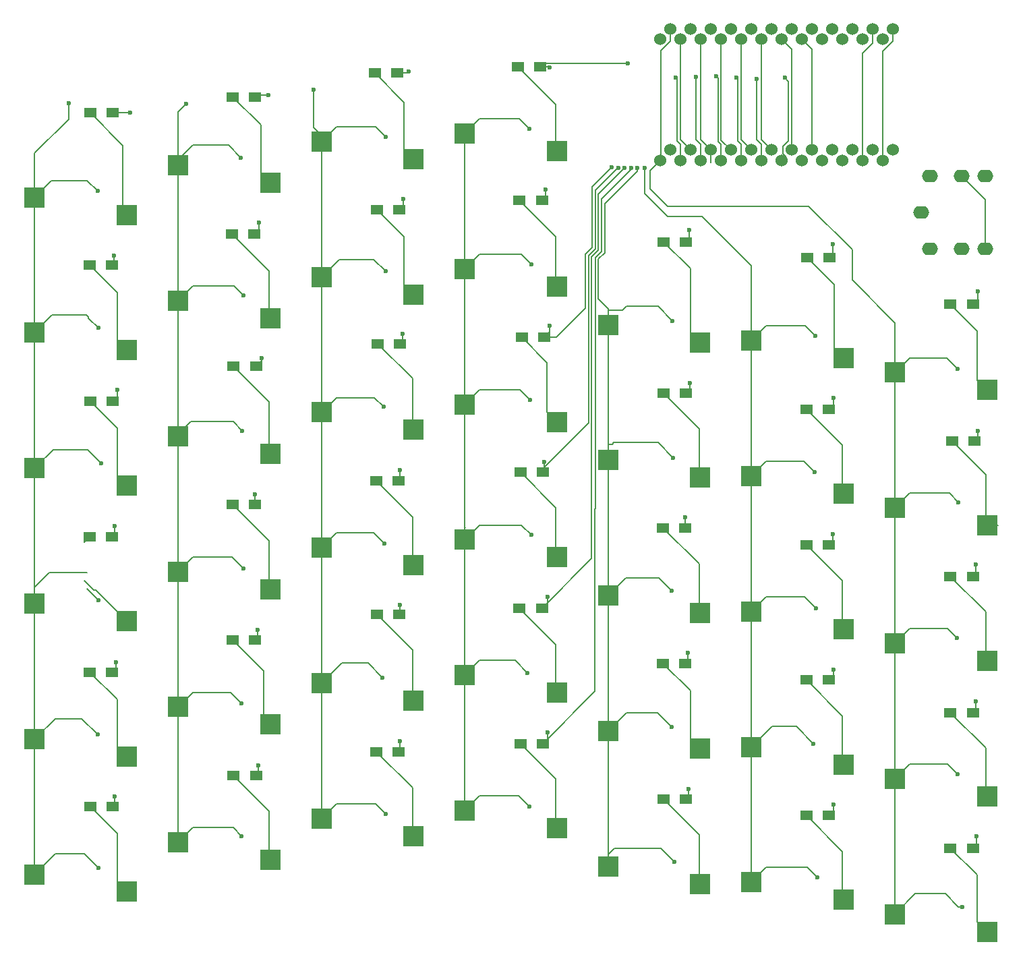
<source format=gbl>
G04 #@! TF.GenerationSoftware,KiCad,Pcbnew,8.0.3*
G04 #@! TF.CreationDate,2024-11-05T20:03:27+01:00*
G04 #@! TF.ProjectId,vitter-kb,76697474-6572-42d6-9b62-2e6b69636164,rev?*
G04 #@! TF.SameCoordinates,Original*
G04 #@! TF.FileFunction,Copper,L2,Bot*
G04 #@! TF.FilePolarity,Positive*
%FSLAX46Y46*%
G04 Gerber Fmt 4.6, Leading zero omitted, Abs format (unit mm)*
G04 Created by KiCad (PCBNEW 8.0.3) date 2024-11-05 20:03:27*
%MOMM*%
%LPD*%
G01*
G04 APERTURE LIST*
G04 #@! TA.AperFunction,SMDPad,CuDef*
%ADD10R,2.600000X2.600000*%
G04 #@! TD*
G04 #@! TA.AperFunction,SMDPad,CuDef*
%ADD11R,1.600000X1.200000*%
G04 #@! TD*
G04 #@! TA.AperFunction,ComponentPad*
%ADD12O,2.000000X1.600000*%
G04 #@! TD*
G04 #@! TA.AperFunction,ComponentPad*
%ADD13C,1.524000*%
G04 #@! TD*
G04 #@! TA.AperFunction,ViaPad*
%ADD14C,0.600000*%
G04 #@! TD*
G04 #@! TA.AperFunction,Conductor*
%ADD15C,0.200000*%
G04 #@! TD*
G04 APERTURE END LIST*
D10*
X129875000Y-107600000D03*
X118325000Y-105400000D03*
X57875000Y-68600000D03*
X46325000Y-66400000D03*
X93875000Y-132600000D03*
X82325000Y-130400000D03*
X129875000Y-124600000D03*
X118325000Y-122400000D03*
X111875000Y-122600000D03*
X100325000Y-120400000D03*
X111875000Y-139600000D03*
X100325000Y-137400000D03*
X57875000Y-51600000D03*
X46325000Y-49400000D03*
D11*
X92000000Y-105000000D03*
X89200000Y-105000000D03*
D10*
X75875000Y-99600000D03*
X64325000Y-97400000D03*
D11*
X55900000Y-58000000D03*
X53100000Y-58000000D03*
D10*
X147875000Y-94600000D03*
X136325000Y-92400000D03*
D11*
X128100000Y-61000000D03*
X125300000Y-61000000D03*
D10*
X93875000Y-47600000D03*
X82325000Y-45400000D03*
X75875000Y-65600000D03*
X64325000Y-63400000D03*
X57875000Y-136600000D03*
X46325000Y-134400000D03*
D11*
X92100000Y-122000000D03*
X89300000Y-122000000D03*
X92300000Y-71000000D03*
X89500000Y-71000000D03*
X74000000Y-89000000D03*
X71200000Y-89000000D03*
X38000000Y-96000000D03*
X35200000Y-96000000D03*
X91800000Y-37000000D03*
X89000000Y-37000000D03*
X146100000Y-66800000D03*
X143300000Y-66800000D03*
X74100000Y-55000000D03*
X71300000Y-55000000D03*
X56000000Y-92000000D03*
X53200000Y-92000000D03*
D10*
X39875000Y-106600000D03*
X28325000Y-104400000D03*
D11*
X110000000Y-111900000D03*
X107200000Y-111900000D03*
D10*
X57875000Y-119600000D03*
X46325000Y-117400000D03*
D11*
X56000000Y-40800000D03*
X53200000Y-40800000D03*
X110100000Y-78000000D03*
X107300000Y-78000000D03*
D12*
X139600000Y-55300000D03*
X140700000Y-59900000D03*
X144700000Y-59900000D03*
X147700000Y-59900000D03*
D11*
X146100000Y-118100000D03*
X143300000Y-118100000D03*
D10*
X129875000Y-90600000D03*
X118325000Y-88400000D03*
X93875000Y-98600000D03*
X82325000Y-96400000D03*
D11*
X146100000Y-135100000D03*
X143300000Y-135100000D03*
X128000000Y-97000000D03*
X125200000Y-97000000D03*
X74100000Y-105800000D03*
X71300000Y-105800000D03*
X38000000Y-113000000D03*
X35200000Y-113000000D03*
X56000000Y-109000000D03*
X53200000Y-109000000D03*
X92100000Y-87900000D03*
X89300000Y-87900000D03*
X146300000Y-84000000D03*
X143500000Y-84000000D03*
X38100000Y-42800000D03*
X35300000Y-42800000D03*
D10*
X39875000Y-140600000D03*
X28325000Y-138400000D03*
D11*
X74000000Y-123000000D03*
X71200000Y-123000000D03*
D10*
X75875000Y-116600000D03*
X64325000Y-114400000D03*
X147875000Y-77600000D03*
X136325000Y-75400000D03*
X93875000Y-115600000D03*
X82325000Y-113400000D03*
X111875000Y-88600000D03*
X100325000Y-86400000D03*
X93875000Y-64600000D03*
X82325000Y-62400000D03*
X57875000Y-85600000D03*
X46325000Y-83400000D03*
D11*
X128000000Y-131000000D03*
X125200000Y-131000000D03*
D10*
X39875000Y-89600000D03*
X28325000Y-87400000D03*
X75875000Y-48600000D03*
X64325000Y-46400000D03*
X147875000Y-128600000D03*
X136325000Y-126400000D03*
D11*
X110100000Y-59000000D03*
X107300000Y-59000000D03*
D10*
X39875000Y-123600000D03*
X28325000Y-121400000D03*
D11*
X128000000Y-80000000D03*
X125200000Y-80000000D03*
X146100000Y-101000000D03*
X143300000Y-101000000D03*
X38100000Y-129900000D03*
X35300000Y-129900000D03*
D10*
X39875000Y-72600000D03*
X28325000Y-70400000D03*
D11*
X110000000Y-94900000D03*
X107200000Y-94900000D03*
D10*
X75875000Y-82600000D03*
X64325000Y-80400000D03*
X39875000Y-55600000D03*
X28325000Y-53400000D03*
D11*
X73800000Y-37800000D03*
X71000000Y-37800000D03*
D10*
X111875000Y-71600000D03*
X100325000Y-69400000D03*
X75875000Y-133600000D03*
X64325000Y-131400000D03*
X129875000Y-141600000D03*
X118325000Y-139400000D03*
D11*
X74200000Y-71800000D03*
X71400000Y-71800000D03*
D10*
X129875000Y-73600000D03*
X118325000Y-71400000D03*
D11*
X56100000Y-126000000D03*
X53300000Y-126000000D03*
D10*
X93875000Y-81600000D03*
X82325000Y-79400000D03*
D11*
X110100000Y-129000000D03*
X107300000Y-129000000D03*
D10*
X111875000Y-105600000D03*
X100325000Y-103400000D03*
D11*
X92000000Y-53800000D03*
X89200000Y-53800000D03*
X38000000Y-61900000D03*
X35200000Y-61900000D03*
D10*
X147875000Y-145600000D03*
X136325000Y-143400000D03*
X57875000Y-102600000D03*
X46325000Y-100400000D03*
D11*
X128000000Y-114000000D03*
X125200000Y-114000000D03*
D10*
X147875000Y-111600000D03*
X136325000Y-109400000D03*
D12*
X139600000Y-55300000D03*
X140700000Y-50700000D03*
X144700000Y-50700000D03*
X147700000Y-50700000D03*
D13*
X134784500Y-48777500D03*
X136054500Y-32231100D03*
X132244500Y-48777500D03*
X133514500Y-32231100D03*
X129704500Y-48777500D03*
X130974500Y-32231100D03*
X127164500Y-48777500D03*
X128434500Y-32231100D03*
X124624500Y-48777500D03*
X125894500Y-32231100D03*
X122084500Y-48777500D03*
X123354500Y-32231100D03*
X119544500Y-48777500D03*
X120814500Y-32231100D03*
X117004500Y-48777500D03*
X118274500Y-32231100D03*
X114464500Y-48777500D03*
X115734500Y-32231100D03*
X111924500Y-48777500D03*
X113194500Y-32231100D03*
X109384500Y-48777500D03*
X110654500Y-32231100D03*
X106844500Y-48777500D03*
X108114500Y-32231100D03*
X108114500Y-47451100D03*
X106844500Y-33537500D03*
X110654500Y-47451100D03*
X109384500Y-33537500D03*
X113194500Y-47451100D03*
X111924500Y-33537500D03*
X115734500Y-47451100D03*
X114464500Y-33537500D03*
X118274500Y-47451100D03*
X117004500Y-33537500D03*
X120814500Y-47451100D03*
X119544500Y-33537500D03*
X123354500Y-47451100D03*
X122084500Y-33537500D03*
X125894500Y-47451100D03*
X124624500Y-33537500D03*
X128434500Y-47451100D03*
X127164500Y-33537500D03*
X130974500Y-47451100D03*
X129704500Y-33537500D03*
X133514500Y-47451100D03*
X132244500Y-33537500D03*
X136054500Y-47451100D03*
X134784500Y-33537500D03*
D11*
X38100000Y-79000000D03*
X35300000Y-79000000D03*
X56100000Y-74600000D03*
X53300000Y-74600000D03*
D14*
X36300000Y-104000000D03*
X36200000Y-52600000D03*
X122500000Y-38400000D03*
X36200000Y-120800000D03*
X36300000Y-69800000D03*
X36700000Y-86800000D03*
X32600000Y-41600000D03*
X36300000Y-137600000D03*
X54500000Y-100000000D03*
X54300000Y-116900000D03*
X118944500Y-38500000D03*
X47300000Y-41700000D03*
X54500000Y-65700000D03*
X54200000Y-48400000D03*
X54300000Y-133600000D03*
X54400000Y-82700000D03*
X72000000Y-113700000D03*
X72100000Y-79700000D03*
X72200000Y-96900000D03*
X72400000Y-62700000D03*
X72400000Y-130800000D03*
X63323385Y-39928085D03*
X116400000Y-38400000D03*
X72400000Y-45800000D03*
X90400000Y-44800000D03*
X113900000Y-38200000D03*
X90700000Y-95800000D03*
X90700000Y-61800000D03*
X90500000Y-78800000D03*
X90200000Y-113100000D03*
X90400000Y-129900000D03*
X108500000Y-86100000D03*
X108600000Y-136800000D03*
X111300000Y-38300000D03*
X104000000Y-49700000D03*
X108300000Y-102800000D03*
X108400000Y-68900000D03*
X108300000Y-119900000D03*
X126100000Y-122000000D03*
X104900000Y-49700000D03*
X126400000Y-105000000D03*
X108784500Y-38400000D03*
X126300000Y-70800000D03*
X126600000Y-138800000D03*
X126200000Y-87900000D03*
X144200000Y-125800000D03*
X144300000Y-91700000D03*
X144200000Y-74900000D03*
X144800000Y-142500000D03*
X144100000Y-108700000D03*
X128500000Y-95700000D03*
X92300000Y-86600000D03*
X110000000Y-93600000D03*
X56000000Y-90700000D03*
X146500000Y-99500000D03*
X38400000Y-94700000D03*
X101575734Y-49675737D03*
X74200000Y-87600000D03*
X38400000Y-128600000D03*
X92700000Y-120600000D03*
X56400000Y-124700000D03*
X128600000Y-129600000D03*
X146600000Y-133600000D03*
X74200000Y-121700000D03*
X103200000Y-49700000D03*
X110400000Y-127700000D03*
X146500000Y-116700000D03*
X128600000Y-112700000D03*
X38500000Y-111800000D03*
X92700000Y-103600000D03*
X102400000Y-49700000D03*
X74200000Y-104600000D03*
X56300000Y-107700000D03*
X110300000Y-110600000D03*
X38700000Y-77600000D03*
X74500000Y-70500000D03*
X146700000Y-82700000D03*
X128600000Y-78600000D03*
X110600000Y-76700000D03*
X56800000Y-73600000D03*
X93000000Y-69500000D03*
X100725734Y-49625737D03*
X93000000Y-37100000D03*
X102800000Y-36600000D03*
X75300000Y-37600000D03*
X57700000Y-40604700D03*
X40300000Y-42800000D03*
X38300000Y-60700000D03*
X110500000Y-57500000D03*
X128500000Y-59300000D03*
X146700000Y-65200000D03*
X56500000Y-56600000D03*
X74600000Y-53600000D03*
X92500000Y-52400000D03*
D15*
X28325000Y-138400000D02*
X28325000Y-119400000D01*
X28325000Y-47875000D02*
X28325000Y-51400000D01*
X28325000Y-102400000D02*
X30175000Y-100550000D01*
X31400000Y-85100000D02*
X35000000Y-85100000D01*
X34250900Y-118850900D02*
X36200000Y-120800000D01*
X28325000Y-87400000D02*
X30625000Y-85100000D01*
X35050000Y-68550000D02*
X36300000Y-69800000D01*
X122292500Y-47011205D02*
X122954500Y-46349205D01*
X28325000Y-138400000D02*
X30874100Y-135850900D01*
X30175000Y-100550000D02*
X34850000Y-100550000D01*
X28325000Y-53400000D02*
X30425000Y-51300000D01*
X30525000Y-68200000D02*
X34800000Y-68200000D01*
X30874100Y-135850900D02*
X34550900Y-135850900D01*
X34550900Y-135850900D02*
X36300000Y-137600000D01*
X32600000Y-41600000D02*
X32600000Y-43600000D01*
X30425000Y-51300000D02*
X34900000Y-51300000D01*
X122084500Y-48777500D02*
X122631753Y-48230247D01*
X28325000Y-85400000D02*
X28325000Y-85325000D01*
X28325000Y-70400000D02*
X30525000Y-68200000D01*
X28325000Y-51400000D02*
X28325000Y-68400000D01*
X28325000Y-121400000D02*
X30874100Y-118850900D01*
X122631753Y-48230247D02*
X122292500Y-47890995D01*
X28325000Y-100600000D02*
X28325000Y-119400000D01*
X35000000Y-85100000D02*
X36700000Y-86800000D01*
X28325000Y-100600000D02*
X28325000Y-102400000D01*
X35050000Y-68450000D02*
X35050000Y-68550000D01*
X28325000Y-68400000D02*
X28325000Y-85400000D01*
X122954500Y-38854500D02*
X122500000Y-38400000D01*
X32600000Y-43600000D02*
X28325000Y-47875000D01*
X30625000Y-85100000D02*
X31400000Y-85100000D01*
X28325000Y-85400000D02*
X28325000Y-100600000D01*
X34850000Y-102550000D02*
X36300000Y-104000000D01*
X122954500Y-46349205D02*
X122954500Y-38854500D01*
X30874100Y-118850900D02*
X34250900Y-118850900D01*
X122292500Y-47890995D02*
X122292500Y-47011205D01*
X34900000Y-51300000D02*
X36200000Y-52600000D01*
X34800000Y-68200000D02*
X35050000Y-68450000D01*
X39875000Y-72600000D02*
X38664500Y-71389500D01*
X38664500Y-65364500D02*
X35200000Y-61900000D01*
X38664500Y-71389500D02*
X38664500Y-65364500D01*
X52650900Y-46850900D02*
X54200000Y-48400000D01*
X46325000Y-83400000D02*
X46325000Y-83175000D01*
X46325000Y-66400000D02*
X46325000Y-83400000D01*
X46000000Y-49000000D02*
X48149100Y-46850900D01*
X46325000Y-66400000D02*
X48175000Y-64550000D01*
X119544500Y-46746786D02*
X119544500Y-48777500D01*
X118944500Y-38500000D02*
X118944500Y-46146786D01*
X46325000Y-100400000D02*
X46325000Y-117400000D01*
X53250000Y-81550000D02*
X54400000Y-82700000D01*
X46325000Y-117400000D02*
X48175000Y-115550000D01*
X48175000Y-98550000D02*
X53050000Y-98550000D01*
X47950000Y-81550000D02*
X53250000Y-81550000D01*
X48175000Y-115550000D02*
X52950000Y-115550000D01*
X46325000Y-83175000D02*
X46500000Y-83000000D01*
X46325000Y-117400000D02*
X46325000Y-134400000D01*
X53250000Y-132550000D02*
X54300000Y-133600000D01*
X53050000Y-98550000D02*
X54500000Y-100000000D01*
X47300000Y-41700000D02*
X46325000Y-42675000D01*
X46325000Y-100400000D02*
X48175000Y-98550000D01*
X48149100Y-46850900D02*
X52650900Y-46850900D01*
X46325000Y-83400000D02*
X46325000Y-100400000D01*
X46325000Y-49400000D02*
X46325000Y-49325000D01*
X53350000Y-64550000D02*
X54500000Y-65700000D01*
X46325000Y-42675000D02*
X46325000Y-49400000D01*
X46500000Y-83000000D02*
X47950000Y-81550000D01*
X52950000Y-115550000D02*
X54300000Y-116900000D01*
X48175000Y-64550000D02*
X53350000Y-64550000D01*
X46325000Y-134400000D02*
X48175000Y-132550000D01*
X48175000Y-132550000D02*
X53250000Y-132550000D01*
X46325000Y-49400000D02*
X46325000Y-66400000D01*
X46325000Y-49325000D02*
X46000000Y-49000000D01*
X118944500Y-46146786D02*
X119544500Y-46746786D01*
X64325000Y-131400000D02*
X64325000Y-114400000D01*
X70900000Y-61200000D02*
X72400000Y-62700000D01*
X64325000Y-97400000D02*
X66175000Y-95550000D01*
X70150900Y-111850900D02*
X72000000Y-113700000D01*
X66525000Y-61200000D02*
X70900000Y-61200000D01*
X64325000Y-45625000D02*
X64325000Y-46400000D01*
X64325000Y-131400000D02*
X66175000Y-129550000D01*
X117004500Y-46746786D02*
X116600000Y-46342286D01*
X66175000Y-95550000D02*
X70850000Y-95550000D01*
X63300000Y-39951470D02*
X63300000Y-44600000D01*
X64325000Y-114400000D02*
X64325000Y-97400000D01*
X63300000Y-44600000D02*
X64325000Y-45625000D01*
X71150000Y-44550000D02*
X72400000Y-45800000D01*
X70950000Y-78550000D02*
X72100000Y-79700000D01*
X66175000Y-129550000D02*
X71150000Y-129550000D01*
X64325000Y-63400000D02*
X64325000Y-46400000D01*
X66175000Y-78550000D02*
X70950000Y-78550000D01*
X116600000Y-38600000D02*
X116400000Y-38400000D01*
X66175000Y-44550000D02*
X71150000Y-44550000D01*
X64325000Y-80400000D02*
X64325000Y-63400000D01*
X64325000Y-63400000D02*
X66525000Y-61200000D01*
X117004500Y-48777500D02*
X117004500Y-46746786D01*
X116600000Y-46342286D02*
X116600000Y-38600000D01*
X70850000Y-95550000D02*
X72200000Y-96900000D01*
X64325000Y-80400000D02*
X66175000Y-78550000D01*
X66874100Y-111850900D02*
X70150900Y-111850900D01*
X64325000Y-114400000D02*
X66874100Y-111850900D01*
X64325000Y-97400000D02*
X64325000Y-80400000D01*
X64325000Y-46400000D02*
X66175000Y-44550000D01*
X71150000Y-129550000D02*
X72400000Y-130800000D01*
X63323385Y-39928085D02*
X63300000Y-39951470D01*
X74664500Y-58364500D02*
X71300000Y-55000000D01*
X74664500Y-64389500D02*
X74664500Y-58364500D01*
X75875000Y-65600000D02*
X74664500Y-64389500D01*
X82400000Y-94900000D02*
X82325000Y-94975000D01*
X82325000Y-130400000D02*
X84175000Y-128550000D01*
X114100000Y-46382286D02*
X114100000Y-38400000D01*
X82325000Y-45400000D02*
X82325000Y-62400000D01*
X89450000Y-94550000D02*
X90700000Y-95800000D01*
X89250000Y-77550000D02*
X90500000Y-78800000D01*
X114100000Y-38400000D02*
X113900000Y-38200000D01*
X84175000Y-94550000D02*
X89450000Y-94550000D01*
X89450000Y-60550000D02*
X90700000Y-61800000D01*
X82325000Y-94825000D02*
X82400000Y-94900000D01*
X82325000Y-45400000D02*
X84175000Y-43550000D01*
X82325000Y-62400000D02*
X82325000Y-79400000D01*
X82325000Y-113400000D02*
X84175000Y-111550000D01*
X114464500Y-48777500D02*
X114464500Y-46746786D01*
X88650000Y-111550000D02*
X90200000Y-113100000D01*
X82325000Y-79400000D02*
X82325000Y-94825000D01*
X89150000Y-43550000D02*
X90400000Y-44800000D01*
X82325000Y-79400000D02*
X84175000Y-77550000D01*
X82325000Y-96400000D02*
X84175000Y-94550000D01*
X114464500Y-46746786D02*
X114100000Y-46382286D01*
X82325000Y-96400000D02*
X82325000Y-113400000D01*
X84175000Y-111550000D02*
X88650000Y-111550000D01*
X84175000Y-60550000D02*
X89450000Y-60550000D01*
X89050000Y-128550000D02*
X90400000Y-129900000D01*
X84175000Y-128550000D02*
X89050000Y-128550000D01*
X84175000Y-43550000D02*
X89150000Y-43550000D01*
X84175000Y-77550000D02*
X89250000Y-77550000D01*
X82325000Y-94975000D02*
X82325000Y-96400000D01*
X82325000Y-62400000D02*
X84175000Y-60550000D01*
X82325000Y-113400000D02*
X82325000Y-130400000D01*
X93750000Y-58350000D02*
X89200000Y-53800000D01*
X93875000Y-64600000D02*
X93750000Y-64475000D01*
X93750000Y-64475000D02*
X93750000Y-58350000D01*
X100325000Y-67600000D02*
X102125000Y-67600000D01*
X102625000Y-118100000D02*
X100325000Y-120400000D01*
X106600000Y-84200000D02*
X101000000Y-84200000D01*
X106600000Y-67100000D02*
X108400000Y-68900000D01*
X101000000Y-84200000D02*
X100800000Y-84400000D01*
X101125000Y-135100000D02*
X106900000Y-135100000D01*
X106900000Y-135100000D02*
X108600000Y-136800000D01*
X100325000Y-67600000D02*
X100325000Y-84400000D01*
X99900000Y-54200000D02*
X99900000Y-60365686D01*
X104000000Y-49700000D02*
X104000000Y-50100000D01*
X108500000Y-86100000D02*
X106600000Y-84200000D01*
X106500000Y-118100000D02*
X102625000Y-118100000D01*
X106700000Y-101200000D02*
X102525000Y-101200000D01*
X102625000Y-67100000D02*
X106600000Y-67100000D01*
X100325000Y-135900000D02*
X101125000Y-135100000D01*
X102525000Y-101200000D02*
X100325000Y-103400000D01*
X108300000Y-119900000D02*
X106500000Y-118100000D01*
X104000000Y-50100000D02*
X99900000Y-54200000D01*
X100325000Y-137400000D02*
X100325000Y-135900000D01*
X111300000Y-46122286D02*
X111300000Y-38300000D01*
X100800000Y-84400000D02*
X100325000Y-84400000D01*
X111924500Y-46746786D02*
X111300000Y-46122286D01*
X99900000Y-60365686D02*
X99100000Y-61165686D01*
X111924500Y-48777500D02*
X111924500Y-46746786D01*
X99100000Y-61165686D02*
X99100000Y-66175000D01*
X108300000Y-102800000D02*
X106700000Y-101200000D01*
X100325000Y-67400000D02*
X100325000Y-67600000D01*
X102125000Y-67600000D02*
X102625000Y-67100000D01*
X99100000Y-66175000D02*
X100325000Y-67400000D01*
X100325000Y-137400000D02*
X100325000Y-84400000D01*
X110664500Y-62364500D02*
X107300000Y-59000000D01*
X110664500Y-70389500D02*
X110664500Y-62364500D01*
X111875000Y-71600000D02*
X110664500Y-70389500D01*
X128664500Y-72389500D02*
X129875000Y-73600000D01*
X128664500Y-64364500D02*
X128664500Y-72389500D01*
X125300000Y-61000000D02*
X128664500Y-64364500D01*
X118325000Y-139400000D02*
X120175000Y-137550000D01*
X118325000Y-71400000D02*
X120175000Y-69550000D01*
X118325000Y-122400000D02*
X118325000Y-139400000D01*
X120175000Y-86550000D02*
X124850000Y-86550000D01*
X104900000Y-49700000D02*
X104900000Y-52900000D01*
X108984500Y-46346786D02*
X108984500Y-38600000D01*
X109384500Y-48777500D02*
X109384500Y-46746786D01*
X118325000Y-62025000D02*
X118325000Y-62800000D01*
X108984500Y-38600000D02*
X108784500Y-38400000D01*
X107800000Y-55800000D02*
X112100000Y-55800000D01*
X118325000Y-71400000D02*
X118325000Y-62800000D01*
X125350000Y-137550000D02*
X126600000Y-138800000D01*
X124850000Y-86550000D02*
X126200000Y-87900000D01*
X104900000Y-52900000D02*
X107800000Y-55800000D01*
X124950000Y-103550000D02*
X126400000Y-105000000D01*
X120874100Y-119850900D02*
X123950900Y-119850900D01*
X120175000Y-69550000D02*
X125050000Y-69550000D01*
X120175000Y-137550000D02*
X125350000Y-137550000D01*
X109384500Y-46746786D02*
X108984500Y-46346786D01*
X120175000Y-103550000D02*
X124950000Y-103550000D01*
X118325000Y-105400000D02*
X118325000Y-122400000D01*
X118325000Y-105400000D02*
X120175000Y-103550000D01*
X112100000Y-55800000D02*
X118325000Y-62025000D01*
X118325000Y-122400000D02*
X120874100Y-119850900D01*
X118325000Y-62800000D02*
X118325000Y-62675000D01*
X118325000Y-71400000D02*
X118325000Y-88400000D01*
X118325000Y-88400000D02*
X118325000Y-105400000D01*
X125050000Y-69550000D02*
X126300000Y-70800000D01*
X118325000Y-88400000D02*
X120175000Y-86550000D01*
X123950900Y-119850900D02*
X126100000Y-122000000D01*
X147875000Y-77600000D02*
X146664500Y-76389500D01*
X146664500Y-76389500D02*
X146664500Y-70164500D01*
X146664500Y-70164500D02*
X143300000Y-66800000D01*
X136325000Y-92400000D02*
X138175000Y-90550000D01*
X106900000Y-48722000D02*
X106900000Y-34983895D01*
X136325000Y-75400000D02*
X136325000Y-69150435D01*
X143150000Y-90550000D02*
X144300000Y-91700000D01*
X138175000Y-107550000D02*
X142950000Y-107550000D01*
X130974700Y-63800135D02*
X130974700Y-59974700D01*
X136325000Y-92400000D02*
X136325000Y-109400000D01*
X107800000Y-54500000D02*
X105600000Y-52300000D01*
X136325000Y-75400000D02*
X138175000Y-73550000D01*
X136325000Y-75400000D02*
X136325000Y-92400000D01*
X142850000Y-73550000D02*
X144200000Y-74900000D01*
X125500000Y-54500000D02*
X107800000Y-54500000D01*
X136325000Y-69150435D02*
X130974700Y-63800135D01*
X106900000Y-34983895D02*
X108114500Y-33769395D01*
X138874100Y-140850900D02*
X142649100Y-140850900D01*
X136325000Y-126400000D02*
X136325000Y-143400000D01*
X136325000Y-109400000D02*
X136325000Y-126400000D01*
X130974700Y-59974700D02*
X125500000Y-54500000D01*
X138175000Y-90550000D02*
X143150000Y-90550000D01*
X136325000Y-143400000D02*
X138874100Y-140850900D01*
X136325000Y-126400000D02*
X138175000Y-124550000D01*
X138175000Y-124550000D02*
X142950000Y-124550000D01*
X142649100Y-140850900D02*
X144298200Y-142500000D01*
X105600000Y-52300000D02*
X105600000Y-50022000D01*
X144298200Y-142500000D02*
X144800000Y-142500000D01*
X108114500Y-33769395D02*
X108114500Y-32231100D01*
X138175000Y-73550000D02*
X142850000Y-73550000D01*
X106844500Y-48777500D02*
X106900000Y-48722000D01*
X105600000Y-50022000D02*
X106844500Y-48777500D01*
X142950000Y-124550000D02*
X144200000Y-125800000D01*
X142950000Y-107550000D02*
X144100000Y-108700000D01*
X136325000Y-109400000D02*
X138175000Y-107550000D01*
X39875000Y-89600000D02*
X38664500Y-88389500D01*
X38664500Y-82364500D02*
X35300000Y-79000000D01*
X38664500Y-88389500D02*
X38664500Y-82364500D01*
X57750000Y-79050000D02*
X53300000Y-74600000D01*
X57750000Y-85475000D02*
X57750000Y-79050000D01*
X57875000Y-85600000D02*
X57750000Y-85475000D01*
X75750000Y-82475000D02*
X75750000Y-76150000D01*
X75875000Y-82600000D02*
X75750000Y-82475000D01*
X75750000Y-76150000D02*
X71400000Y-71800000D01*
X93875000Y-81600000D02*
X92664500Y-80389500D01*
X92664500Y-80389500D02*
X92664500Y-74164500D01*
X92664500Y-74164500D02*
X89500000Y-71000000D01*
X111875000Y-88600000D02*
X111750000Y-88475000D01*
X111750000Y-88475000D02*
X111750000Y-82450000D01*
X111750000Y-82450000D02*
X107300000Y-78000000D01*
X129750000Y-84550000D02*
X125200000Y-80000000D01*
X129875000Y-90600000D02*
X129750000Y-90475000D01*
X129750000Y-90475000D02*
X129750000Y-84550000D01*
X147875000Y-94600000D02*
X147750000Y-94475000D01*
X147875000Y-94600000D02*
X149300000Y-94600000D01*
X147750000Y-94475000D02*
X147750000Y-88250000D01*
X147750000Y-88250000D02*
X143500000Y-84000000D01*
X35989500Y-102714500D02*
X35744856Y-102714500D01*
X34535500Y-96664500D02*
X35200000Y-96000000D01*
X35744856Y-102714500D02*
X34535500Y-101505144D01*
X39875000Y-106600000D02*
X35989500Y-102714500D01*
X57750000Y-102475000D02*
X57750000Y-96550000D01*
X57750000Y-96550000D02*
X53200000Y-92000000D01*
X57875000Y-102600000D02*
X57750000Y-102475000D01*
X75875000Y-99600000D02*
X75750000Y-99475000D01*
X75750000Y-93550000D02*
X71200000Y-89000000D01*
X75750000Y-99475000D02*
X75750000Y-93550000D01*
X93750000Y-98475000D02*
X93750000Y-92350000D01*
X93875000Y-98600000D02*
X93750000Y-98475000D01*
X93750000Y-92350000D02*
X89300000Y-87900000D01*
X111750000Y-105475000D02*
X111750000Y-99450000D01*
X111750000Y-99450000D02*
X107200000Y-94900000D01*
X111875000Y-105600000D02*
X111750000Y-105475000D01*
X129750000Y-101550000D02*
X125200000Y-97000000D01*
X129875000Y-107600000D02*
X129750000Y-107475000D01*
X129750000Y-107475000D02*
X129750000Y-101550000D01*
X147875000Y-111600000D02*
X147750000Y-111475000D01*
X147750000Y-111475000D02*
X147750000Y-105450000D01*
X147750000Y-105450000D02*
X143300000Y-101000000D01*
X38664500Y-122389500D02*
X38664500Y-116464500D01*
X39875000Y-123600000D02*
X38664500Y-122389500D01*
X38664500Y-116464500D02*
X35200000Y-113000000D01*
X57100000Y-112900000D02*
X53200000Y-109000000D01*
X57100000Y-118825000D02*
X57100000Y-112900000D01*
X57875000Y-119600000D02*
X57100000Y-118825000D01*
X75750000Y-110250000D02*
X71300000Y-105800000D01*
X75750000Y-116475000D02*
X75750000Y-110250000D01*
X75875000Y-116600000D02*
X75750000Y-116475000D01*
X93875000Y-115600000D02*
X93750000Y-115475000D01*
X93750000Y-109550000D02*
X89200000Y-105000000D01*
X93750000Y-115475000D02*
X93750000Y-109550000D01*
X110664500Y-121389500D02*
X110664500Y-115364500D01*
X111875000Y-122600000D02*
X110664500Y-121389500D01*
X110664500Y-115364500D02*
X107200000Y-111900000D01*
X129750000Y-118550000D02*
X125200000Y-114000000D01*
X129875000Y-124600000D02*
X129750000Y-124475000D01*
X129750000Y-124475000D02*
X129750000Y-118550000D01*
X147875000Y-128600000D02*
X147750000Y-128475000D01*
X147750000Y-122550000D02*
X143300000Y-118100000D01*
X147750000Y-128475000D02*
X147750000Y-122550000D01*
X38664500Y-139389500D02*
X38664500Y-133264500D01*
X38664500Y-133264500D02*
X35300000Y-129900000D01*
X57750000Y-136475000D02*
X57750000Y-130450000D01*
X57875000Y-136600000D02*
X57750000Y-136475000D01*
X57750000Y-130450000D02*
X53300000Y-126000000D01*
X75875000Y-133600000D02*
X75750000Y-133475000D01*
X75750000Y-127550000D02*
X71200000Y-123000000D01*
X75750000Y-133475000D02*
X75750000Y-127550000D01*
X93750000Y-132475000D02*
X93750000Y-126450000D01*
X93750000Y-126450000D02*
X89300000Y-122000000D01*
X93875000Y-132600000D02*
X93750000Y-132475000D01*
X111750000Y-139475000D02*
X111750000Y-133450000D01*
X111875000Y-139600000D02*
X111750000Y-139475000D01*
X111750000Y-133450000D02*
X107300000Y-129000000D01*
X129875000Y-141600000D02*
X129750000Y-141475000D01*
X129750000Y-141475000D02*
X129750000Y-135550000D01*
X129750000Y-135550000D02*
X125200000Y-131000000D01*
X146664500Y-144389500D02*
X146664500Y-138464500D01*
X147875000Y-145600000D02*
X146664500Y-144389500D01*
X146664500Y-138464500D02*
X143300000Y-135100000D01*
X39400000Y-46900000D02*
X35300000Y-42800000D01*
X39875000Y-55600000D02*
X39400000Y-55125000D01*
X39400000Y-55125000D02*
X39400000Y-46900000D01*
X56700000Y-50425000D02*
X56700000Y-44300000D01*
X56700000Y-44300000D02*
X53200000Y-40800000D01*
X57875000Y-51600000D02*
X56700000Y-50425000D01*
X74664500Y-41464500D02*
X71000000Y-37800000D01*
X75875000Y-48600000D02*
X74664500Y-47389500D01*
X74664500Y-47389500D02*
X74664500Y-41464500D01*
X93875000Y-47600000D02*
X93750000Y-47475000D01*
X93750000Y-41750000D02*
X89000000Y-37000000D01*
X93750000Y-47475000D02*
X93750000Y-41750000D01*
X136054500Y-33769395D02*
X136054500Y-32231100D01*
X134784500Y-48777500D02*
X134784500Y-35039395D01*
X134784500Y-35039395D02*
X136054500Y-33769395D01*
X133514500Y-34085500D02*
X133514500Y-32231100D01*
X147700000Y-59900000D02*
X147700000Y-53700000D01*
X147700000Y-53700000D02*
X144700000Y-50700000D01*
X132244500Y-35355500D02*
X133514500Y-34085500D01*
X132244500Y-48777500D02*
X132244500Y-35355500D01*
X38400000Y-95600000D02*
X38000000Y-96000000D01*
X117000000Y-33542000D02*
X117004500Y-33537500D01*
X97850000Y-60718628D02*
X97850000Y-81750000D01*
X92100000Y-87500000D02*
X92100000Y-87900000D01*
X97850000Y-81750000D02*
X92100000Y-87500000D01*
X38400000Y-94700000D02*
X38400000Y-95600000D01*
X92300000Y-87700000D02*
X92100000Y-87900000D01*
X98700000Y-52500000D02*
X98700000Y-59868628D01*
X101524263Y-49675737D02*
X98700000Y-52500000D01*
X110000000Y-93600000D02*
X110000000Y-94900000D01*
X98700000Y-59868628D02*
X97850000Y-60718628D01*
X118274500Y-47451100D02*
X117000000Y-46176600D01*
X146500000Y-99500000D02*
X146500000Y-100600000D01*
X92300000Y-86600000D02*
X92300000Y-87700000D01*
X128500000Y-96500000D02*
X128000000Y-97000000D01*
X128500000Y-95700000D02*
X128500000Y-96500000D01*
X74200000Y-87600000D02*
X74200000Y-88800000D01*
X117000000Y-46176600D02*
X117000000Y-33542000D01*
X101575734Y-49675737D02*
X101524263Y-49675737D01*
X74200000Y-88800000D02*
X74000000Y-89000000D01*
X56000000Y-90700000D02*
X56000000Y-92000000D01*
X146500000Y-100600000D02*
X146100000Y-101000000D01*
X98650000Y-92550000D02*
X98650000Y-115450000D01*
X113194500Y-49009395D02*
X113194500Y-47451100D01*
X128600000Y-130400000D02*
X128000000Y-131000000D01*
X103200000Y-49700000D02*
X103200000Y-49900000D01*
X92700000Y-121400000D02*
X92100000Y-122000000D01*
X98650000Y-115450000D02*
X92100000Y-122000000D01*
X146600000Y-134600000D02*
X146100000Y-135100000D01*
X99500000Y-53600000D02*
X99500000Y-60200000D01*
X38400000Y-128600000D02*
X38400000Y-129600000D01*
X113194500Y-47451100D02*
X111900000Y-46156600D01*
X74200000Y-121700000D02*
X74200000Y-122800000D01*
X110400000Y-128700000D02*
X110100000Y-129000000D01*
X103200000Y-49900000D02*
X99500000Y-53600000D01*
X56400000Y-124700000D02*
X56400000Y-125700000D01*
X111900000Y-46156600D02*
X111900000Y-33562000D01*
X98700000Y-92500000D02*
X98650000Y-92550000D01*
X56400000Y-125700000D02*
X56100000Y-126000000D01*
X92700000Y-120600000D02*
X92700000Y-121400000D01*
X128600000Y-129600000D02*
X128600000Y-130400000D01*
X38400000Y-129600000D02*
X38100000Y-129900000D01*
X146600000Y-133600000D02*
X146600000Y-134600000D01*
X74200000Y-122800000D02*
X74000000Y-123000000D01*
X111900000Y-33562000D02*
X111924500Y-33537500D01*
X110400000Y-127700000D02*
X110400000Y-128700000D01*
X98700000Y-61000000D02*
X98700000Y-92500000D01*
X99500000Y-60200000D02*
X98700000Y-61000000D01*
X110654500Y-47451100D02*
X109384500Y-46181100D01*
X109384500Y-46181100D02*
X109384500Y-33537500D01*
X56300000Y-108700000D02*
X56000000Y-109000000D01*
X128600000Y-113400000D02*
X128000000Y-114000000D01*
X56300000Y-107700000D02*
X56300000Y-108700000D01*
X38500000Y-112500000D02*
X38000000Y-113000000D01*
X110300000Y-111600000D02*
X110000000Y-111900000D01*
X146500000Y-116700000D02*
X146500000Y-117700000D01*
X92700000Y-104300000D02*
X92000000Y-105000000D01*
X74200000Y-105700000D02*
X74100000Y-105800000D01*
X110300000Y-110600000D02*
X110300000Y-111600000D01*
X98250000Y-98750000D02*
X92000000Y-105000000D01*
X98250000Y-60884314D02*
X98250000Y-98750000D01*
X92700000Y-103600000D02*
X92700000Y-104300000D01*
X114500000Y-46216600D02*
X114500000Y-33573000D01*
X99100000Y-60034314D02*
X98250000Y-60884314D01*
X99100000Y-53000000D02*
X99100000Y-60034314D01*
X102400000Y-49700000D02*
X99100000Y-53000000D01*
X38500000Y-111800000D02*
X38500000Y-112500000D01*
X128600000Y-112700000D02*
X128600000Y-113400000D01*
X74200000Y-104600000D02*
X74200000Y-105700000D01*
X146500000Y-117700000D02*
X146100000Y-118100000D01*
X114500000Y-33573000D02*
X114464500Y-33537500D01*
X115734500Y-47451100D02*
X114500000Y-46216600D01*
X56800000Y-73900000D02*
X56100000Y-74600000D01*
X74500000Y-71500000D02*
X74200000Y-71800000D01*
X97450000Y-67350000D02*
X97450000Y-60600000D01*
X98300000Y-52051470D02*
X98300000Y-59702942D01*
X146700000Y-83600000D02*
X146300000Y-84000000D01*
X120814500Y-47451100D02*
X119544500Y-46181100D01*
X38700000Y-77600000D02*
X38700000Y-78400000D01*
X100725733Y-49625737D02*
X98300000Y-52051470D01*
X98300000Y-59702942D02*
X97450000Y-60552942D01*
X97450000Y-60552942D02*
X97450000Y-60600000D01*
X119544500Y-46181100D02*
X119544500Y-33537500D01*
X97450000Y-60600000D02*
X97450000Y-60550000D01*
X110600000Y-76700000D02*
X110600000Y-77500000D01*
X93800000Y-71000000D02*
X97450000Y-67350000D01*
X74500000Y-70500000D02*
X74500000Y-71500000D01*
X93000000Y-70300000D02*
X92300000Y-71000000D01*
X38700000Y-78400000D02*
X38100000Y-79000000D01*
X146700000Y-82700000D02*
X146700000Y-83600000D01*
X92300000Y-71000000D02*
X93800000Y-71000000D01*
X100725734Y-49625737D02*
X100725733Y-49625737D01*
X128600000Y-79400000D02*
X128000000Y-80000000D01*
X93000000Y-69500000D02*
X93000000Y-70300000D01*
X110600000Y-77500000D02*
X110100000Y-78000000D01*
X56800000Y-73600000D02*
X56800000Y-73900000D01*
X128600000Y-78600000D02*
X128600000Y-79400000D01*
X40300000Y-42800000D02*
X38100000Y-42800000D01*
X56195300Y-40604700D02*
X56000000Y-40800000D01*
X92200000Y-36600000D02*
X91800000Y-37000000D01*
X93000000Y-37100000D02*
X92900000Y-37000000D01*
X73800000Y-37800000D02*
X74000000Y-37800000D01*
X125894500Y-47451100D02*
X125894500Y-34807500D01*
X92900000Y-37000000D02*
X91800000Y-37000000D01*
X57700000Y-40604700D02*
X56195300Y-40604700D01*
X75300000Y-37600000D02*
X75100000Y-37800000D01*
X125894500Y-34807500D02*
X124624500Y-33537500D01*
X75100000Y-37800000D02*
X73800000Y-37800000D01*
X102800000Y-36600000D02*
X92200000Y-36600000D01*
X110500000Y-58600000D02*
X110100000Y-59000000D01*
X110500000Y-57500000D02*
X110500000Y-58600000D01*
X146500000Y-66400000D02*
X146100000Y-66800000D01*
X57750000Y-68475000D02*
X57750000Y-62650000D01*
X38300000Y-60700000D02*
X38300000Y-61600000D01*
X92500000Y-53300000D02*
X92000000Y-53800000D01*
X57875000Y-68600000D02*
X57750000Y-68475000D01*
X123354500Y-47451100D02*
X123354500Y-34807500D01*
X74600000Y-53600000D02*
X74600000Y-54500000D01*
X128500000Y-60600000D02*
X128100000Y-61000000D01*
X146700000Y-65200000D02*
X146700000Y-66400000D01*
X56500000Y-57400000D02*
X55900000Y-58000000D01*
X56500000Y-56600000D02*
X56500000Y-57400000D01*
X74600000Y-54500000D02*
X74100000Y-55000000D01*
X57750000Y-62650000D02*
X53100000Y-58000000D01*
X92500000Y-52400000D02*
X92500000Y-53300000D01*
X128500000Y-59300000D02*
X128500000Y-60600000D01*
X38300000Y-61600000D02*
X38000000Y-61900000D01*
X123354500Y-34807500D02*
X122084500Y-33537500D01*
M02*

</source>
